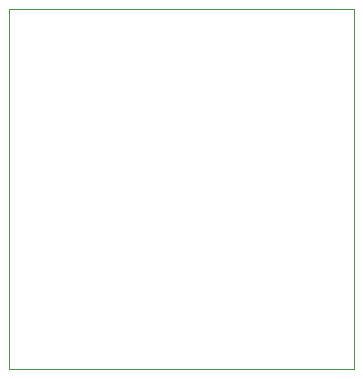
<source format=gm1>
%TF.GenerationSoftware,KiCad,Pcbnew,(6.0.6)*%
%TF.CreationDate,2022-06-23T13:00:25-07:00*%
%TF.ProjectId,TipBlaster_V1,54697042-6c61-4737-9465-725f56312e6b,rev?*%
%TF.SameCoordinates,Original*%
%TF.FileFunction,Profile,NP*%
%FSLAX46Y46*%
G04 Gerber Fmt 4.6, Leading zero omitted, Abs format (unit mm)*
G04 Created by KiCad (PCBNEW (6.0.6)) date 2022-06-23 13:00:25*
%MOMM*%
%LPD*%
G01*
G04 APERTURE LIST*
%TA.AperFunction,Profile*%
%ADD10C,0.100000*%
%TD*%
G04 APERTURE END LIST*
D10*
X0Y0D02*
X29210000Y0D01*
X29210000Y0D02*
X29210000Y-30480000D01*
X29210000Y-30480000D02*
X0Y-30480000D01*
X0Y-30480000D02*
X0Y0D01*
M02*

</source>
